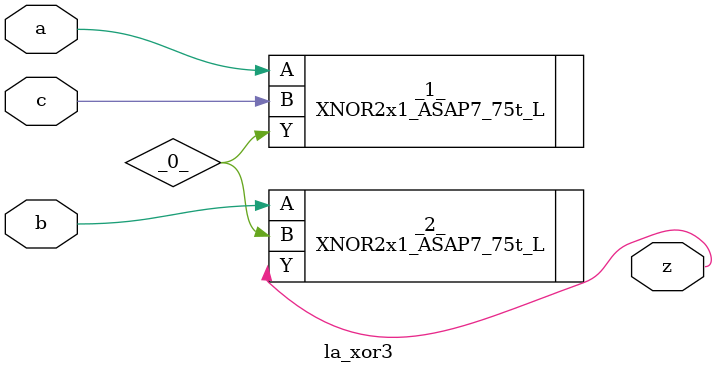
<source format=v>

/* Generated by Yosys 0.44 (git sha1 80ba43d26, g++ 11.4.0-1ubuntu1~22.04 -fPIC -O3) */

(* top =  1  *)
(* src = "generated" *)
module la_xor3 (
    a,
    b,
    c,
    z
);
  wire _0_;
  (* src = "generated" *)
  input a;
  wire a;
  (* src = "generated" *)
  input b;
  wire b;
  (* src = "generated" *)
  input c;
  wire c;
  (* src = "generated" *)
  output z;
  wire z;
  XNOR2x1_ASAP7_75t_L _1_ (
      .A(a),
      .B(c),
      .Y(_0_)
  );
  XNOR2x1_ASAP7_75t_L _2_ (
      .A(b),
      .B(_0_),
      .Y(z)
  );
endmodule

</source>
